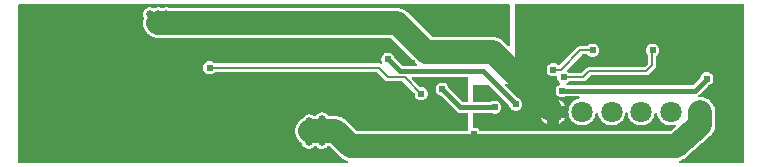
<source format=gbl>
G04 Layer: BottomLayer*
G04 EasyEDA v6.4.25, 2021-11-19T22:14:56+01:00*
G04 fb237d5051ec4c31b6b5e7a524a6c443,10*
G04 Gerber Generator version 0.2*
G04 Scale: 100 percent, Rotated: No, Reflected: No *
G04 Dimensions in millimeters *
G04 leading zeros omitted , absolute positions ,4 integer and 5 decimal *
%FSLAX45Y45*%
%MOMM*%

%ADD11C,0.2000*%
%ADD12C,0.4000*%
%ADD13C,2.0000*%
%ADD14C,0.6500*%
%ADD15C,0.6096*%
%ADD32C,1.8000*%

%LPD*%
G36*
X5430164Y-1374089D02*
G01*
X5426151Y-1373276D01*
X5422798Y-1370939D01*
X5420614Y-1367434D01*
X5420004Y-1363370D01*
X5421071Y-1359408D01*
X5423611Y-1356156D01*
X5427218Y-1354226D01*
X5441391Y-1349857D01*
X5455310Y-1343710D01*
X5468366Y-1335938D01*
X5480659Y-1326438D01*
X5683402Y-1149045D01*
X5694426Y-1138174D01*
X5703874Y-1126236D01*
X5711799Y-1113282D01*
X5718149Y-1099464D01*
X5722721Y-1084986D01*
X5725566Y-1070051D01*
X5726633Y-1053795D01*
X5726633Y-940104D01*
X5725668Y-924610D01*
X5722924Y-909675D01*
X5718403Y-895146D01*
X5712155Y-881278D01*
X5704281Y-868273D01*
X5694934Y-856335D01*
X5684164Y-845566D01*
X5672226Y-836218D01*
X5659221Y-828344D01*
X5645353Y-822096D01*
X5630824Y-817575D01*
X5615889Y-814832D01*
X5600700Y-813917D01*
X5591962Y-814425D01*
X5587796Y-813816D01*
X5584190Y-811530D01*
X5581904Y-808024D01*
X5581192Y-803859D01*
X5582208Y-799795D01*
X5584850Y-796493D01*
X5587695Y-794105D01*
X5663844Y-717956D01*
X5665978Y-716330D01*
X5668416Y-715314D01*
X5675731Y-713333D01*
X5684672Y-709218D01*
X5692698Y-703580D01*
X5699658Y-696620D01*
X5705297Y-688594D01*
X5709412Y-679653D01*
X5711952Y-670204D01*
X5712815Y-660400D01*
X5711952Y-650595D01*
X5709412Y-641146D01*
X5705297Y-632206D01*
X5699658Y-624179D01*
X5692698Y-617220D01*
X5684672Y-611581D01*
X5675731Y-607466D01*
X5666282Y-604926D01*
X5656478Y-604062D01*
X5646674Y-604926D01*
X5637225Y-607466D01*
X5628284Y-611581D01*
X5620258Y-617220D01*
X5613298Y-624179D01*
X5607659Y-632206D01*
X5603544Y-641146D01*
X5601563Y-648462D01*
X5600547Y-650900D01*
X5598922Y-653034D01*
X5538825Y-713130D01*
X5535523Y-715314D01*
X5531662Y-716076D01*
X4477004Y-716076D01*
X4473143Y-715365D01*
X4469892Y-713181D01*
X4467656Y-709980D01*
X4466844Y-706170D01*
X4467504Y-702360D01*
X4469536Y-699008D01*
X4481220Y-690880D01*
X4485487Y-686562D01*
X4488789Y-684377D01*
X4492701Y-683615D01*
X4609592Y-683615D01*
X4617567Y-682752D01*
X4624679Y-680466D01*
X4631283Y-676656D01*
X4635754Y-672795D01*
X4672787Y-635762D01*
X4676089Y-633577D01*
X4680000Y-632815D01*
X5142992Y-632815D01*
X5150967Y-631952D01*
X5158079Y-629666D01*
X5164683Y-625856D01*
X5169154Y-621995D01*
X5219293Y-571855D01*
X5224373Y-565607D01*
X5227777Y-558952D01*
X5229758Y-551586D01*
X5230215Y-545693D01*
X5230215Y-469392D01*
X5230977Y-465480D01*
X5233162Y-462178D01*
X5240070Y-455320D01*
X5245709Y-447293D01*
X5249824Y-438353D01*
X5252364Y-428904D01*
X5253228Y-419100D01*
X5252364Y-409295D01*
X5249824Y-399846D01*
X5245709Y-390906D01*
X5240070Y-382879D01*
X5233111Y-375920D01*
X5225084Y-370281D01*
X5216144Y-366166D01*
X5206695Y-363626D01*
X5196890Y-362762D01*
X5187086Y-363626D01*
X5177637Y-366166D01*
X5168696Y-370281D01*
X5160670Y-375920D01*
X5153710Y-382879D01*
X5148072Y-390906D01*
X5143957Y-399846D01*
X5141417Y-409295D01*
X5140553Y-419100D01*
X5141417Y-428904D01*
X5143957Y-438353D01*
X5148072Y-447293D01*
X5153710Y-455320D01*
X5155438Y-456996D01*
X5157622Y-460298D01*
X5158384Y-464210D01*
X5158384Y-526999D01*
X5157622Y-530910D01*
X5155438Y-534212D01*
X5131612Y-558038D01*
X5128310Y-560222D01*
X5124399Y-560984D01*
X4661408Y-560984D01*
X4653432Y-561848D01*
X4646320Y-564134D01*
X4639716Y-567944D01*
X4635246Y-571804D01*
X4598212Y-608838D01*
X4594910Y-611022D01*
X4590999Y-611784D01*
X4492701Y-611784D01*
X4488789Y-611022D01*
X4485487Y-608838D01*
X4481220Y-604520D01*
X4472787Y-598627D01*
X4469841Y-595376D01*
X4468520Y-591210D01*
X4469079Y-586841D01*
X4471466Y-583133D01*
X4596587Y-457962D01*
X4599889Y-455777D01*
X4603800Y-455015D01*
X4641189Y-455015D01*
X4645101Y-455777D01*
X4648403Y-457962D01*
X4652670Y-462280D01*
X4660696Y-467918D01*
X4669637Y-472033D01*
X4679086Y-474573D01*
X4688890Y-475437D01*
X4698695Y-474573D01*
X4708144Y-472033D01*
X4717084Y-467918D01*
X4725111Y-462280D01*
X4732070Y-455320D01*
X4737709Y-447293D01*
X4741824Y-438353D01*
X4744364Y-428904D01*
X4745228Y-419100D01*
X4744364Y-409295D01*
X4741824Y-399846D01*
X4737709Y-390906D01*
X4732070Y-382879D01*
X4725111Y-375920D01*
X4717084Y-370281D01*
X4708144Y-366166D01*
X4698695Y-363626D01*
X4688890Y-362762D01*
X4679086Y-363626D01*
X4669637Y-366166D01*
X4660696Y-370281D01*
X4652670Y-375920D01*
X4648403Y-380238D01*
X4645101Y-382422D01*
X4641189Y-383184D01*
X4585208Y-383184D01*
X4577232Y-384048D01*
X4570120Y-386334D01*
X4563516Y-390144D01*
X4559046Y-394004D01*
X4409338Y-543661D01*
X4406036Y-545896D01*
X4402175Y-546658D01*
X4398264Y-545896D01*
X4394962Y-543661D01*
X4392320Y-541020D01*
X4384294Y-535381D01*
X4375353Y-531266D01*
X4365904Y-528726D01*
X4356100Y-527862D01*
X4346295Y-528726D01*
X4336846Y-531266D01*
X4327906Y-535381D01*
X4319879Y-541020D01*
X4312920Y-547979D01*
X4307281Y-556006D01*
X4303166Y-564946D01*
X4300626Y-574395D01*
X4299762Y-584200D01*
X4300626Y-594004D01*
X4303166Y-603453D01*
X4307281Y-612394D01*
X4312920Y-620420D01*
X4319879Y-627380D01*
X4327906Y-633018D01*
X4336846Y-637133D01*
X4346295Y-639673D01*
X4356100Y-640537D01*
X4365904Y-639673D01*
X4375912Y-637032D01*
X4379772Y-636727D01*
X4383430Y-637946D01*
X4386427Y-640435D01*
X4388256Y-643839D01*
X4389526Y-657504D01*
X4392066Y-666953D01*
X4396181Y-675894D01*
X4401820Y-683920D01*
X4408779Y-690880D01*
X4411675Y-692861D01*
X4414520Y-695960D01*
X4415891Y-699973D01*
X4415536Y-704189D01*
X4413504Y-707847D01*
X4410100Y-710387D01*
X4404106Y-713181D01*
X4396079Y-718820D01*
X4389120Y-725779D01*
X4383481Y-733806D01*
X4379366Y-742746D01*
X4376826Y-752195D01*
X4375962Y-762000D01*
X4376826Y-771804D01*
X4379366Y-781253D01*
X4383481Y-790194D01*
X4389120Y-798220D01*
X4396079Y-805180D01*
X4404106Y-810818D01*
X4413046Y-814933D01*
X4422495Y-817473D01*
X4432300Y-818337D01*
X4442104Y-817473D01*
X4451553Y-814933D01*
X4460494Y-810818D01*
X4464761Y-808380D01*
X4467809Y-807923D01*
X4568901Y-807923D01*
X4572965Y-808786D01*
X4576368Y-811174D01*
X4578502Y-814730D01*
X4579010Y-818896D01*
X4577842Y-822858D01*
X4575149Y-826058D01*
X4571441Y-827887D01*
X4564888Y-829564D01*
X4551375Y-834948D01*
X4538624Y-841959D01*
X4526838Y-850493D01*
X4516221Y-860450D01*
X4506925Y-871677D01*
X4499152Y-883970D01*
X4492955Y-897128D01*
X4488434Y-910996D01*
X4485741Y-925271D01*
X4484827Y-939800D01*
X4485792Y-954684D01*
X4488434Y-968603D01*
X4492955Y-982471D01*
X4499152Y-995629D01*
X4506925Y-1007922D01*
X4516221Y-1019149D01*
X4526838Y-1029106D01*
X4538624Y-1037640D01*
X4551375Y-1044651D01*
X4564888Y-1050036D01*
X4579010Y-1053642D01*
X4593437Y-1055471D01*
X4607966Y-1055471D01*
X4622393Y-1053642D01*
X4636516Y-1050036D01*
X4650028Y-1044651D01*
X4662779Y-1037640D01*
X4674565Y-1029106D01*
X4685182Y-1019149D01*
X4694478Y-1007922D01*
X4702251Y-995629D01*
X4708448Y-982471D01*
X4712970Y-968603D01*
X4715713Y-954074D01*
X4717237Y-950366D01*
X4720031Y-947572D01*
X4723688Y-946048D01*
X4727702Y-946048D01*
X4731359Y-947572D01*
X4734204Y-950366D01*
X4735677Y-954074D01*
X4738471Y-968603D01*
X4742942Y-982471D01*
X4749139Y-995629D01*
X4756962Y-1007922D01*
X4766208Y-1019149D01*
X4776825Y-1029106D01*
X4788611Y-1037640D01*
X4801362Y-1044651D01*
X4814874Y-1050036D01*
X4828997Y-1053642D01*
X4843424Y-1055471D01*
X4857953Y-1055471D01*
X4872431Y-1053642D01*
X4886502Y-1050036D01*
X4900066Y-1044651D01*
X4912817Y-1037640D01*
X4924552Y-1029106D01*
X4935169Y-1019149D01*
X4944465Y-1007922D01*
X4952238Y-995629D01*
X4958435Y-982471D01*
X4962956Y-968603D01*
X4965700Y-954074D01*
X4967224Y-950366D01*
X4970018Y-947572D01*
X4973726Y-946048D01*
X4977688Y-946048D01*
X4981397Y-947572D01*
X4984191Y-950366D01*
X4985664Y-954074D01*
X4988458Y-968603D01*
X4992928Y-982471D01*
X4999126Y-995629D01*
X5006949Y-1007922D01*
X5016246Y-1019149D01*
X5026812Y-1029106D01*
X5038598Y-1037640D01*
X5051348Y-1044651D01*
X5064912Y-1050036D01*
X5078984Y-1053642D01*
X5093411Y-1055471D01*
X5107990Y-1055471D01*
X5122418Y-1053642D01*
X5136489Y-1050036D01*
X5150053Y-1044651D01*
X5162804Y-1037640D01*
X5174589Y-1029106D01*
X5185156Y-1019149D01*
X5194452Y-1007922D01*
X5202275Y-995629D01*
X5208473Y-982471D01*
X5212943Y-968603D01*
X5215737Y-954074D01*
X5217210Y-950366D01*
X5220004Y-947572D01*
X5223713Y-946048D01*
X5227675Y-946048D01*
X5231384Y-947572D01*
X5234178Y-950366D01*
X5235702Y-954074D01*
X5238445Y-968603D01*
X5242966Y-982471D01*
X5249164Y-995629D01*
X5256936Y-1007922D01*
X5266232Y-1019149D01*
X5276850Y-1029106D01*
X5288584Y-1037640D01*
X5301335Y-1044651D01*
X5314899Y-1050036D01*
X5328970Y-1053642D01*
X5343448Y-1055471D01*
X5357977Y-1055471D01*
X5372404Y-1053642D01*
X5384342Y-1050594D01*
X5388813Y-1050442D01*
X5392928Y-1052271D01*
X5395823Y-1055674D01*
X5396992Y-1060043D01*
X5396179Y-1064412D01*
X5393537Y-1068070D01*
X5353050Y-1103477D01*
X5349951Y-1105357D01*
X5346395Y-1106017D01*
X3744976Y-1106017D01*
X3741775Y-1105458D01*
X3738930Y-1103985D01*
X3736644Y-1101648D01*
X3731361Y-1094079D01*
X3724401Y-1087120D01*
X3716375Y-1081481D01*
X3707434Y-1077366D01*
X3697986Y-1074826D01*
X3688181Y-1073962D01*
X3686657Y-1074064D01*
X3682492Y-1073607D01*
X3678885Y-1071473D01*
X3676446Y-1068070D01*
X3675583Y-1063955D01*
X3675583Y-957783D01*
X3676345Y-953871D01*
X3678580Y-950569D01*
X3681882Y-948385D01*
X3685743Y-947623D01*
X3825290Y-947623D01*
X3828338Y-948080D01*
X3832606Y-950518D01*
X3841546Y-954633D01*
X3850995Y-957173D01*
X3860800Y-958037D01*
X3870604Y-957173D01*
X3880053Y-954633D01*
X3888994Y-950518D01*
X3897020Y-944880D01*
X3903979Y-937920D01*
X3909618Y-929894D01*
X3913733Y-920953D01*
X3916273Y-911504D01*
X3917137Y-901700D01*
X3916273Y-891895D01*
X3913733Y-882446D01*
X3909618Y-873506D01*
X3903979Y-865479D01*
X3897020Y-858519D01*
X3888994Y-852881D01*
X3880053Y-848766D01*
X3870604Y-846226D01*
X3860800Y-845362D01*
X3850995Y-846226D01*
X3841546Y-848766D01*
X3832606Y-852881D01*
X3828338Y-855319D01*
X3825290Y-855776D01*
X3685743Y-855776D01*
X3681882Y-855014D01*
X3678580Y-852830D01*
X3676345Y-849528D01*
X3675583Y-845616D01*
X3675583Y-721868D01*
X3676345Y-717956D01*
X3678580Y-714705D01*
X3681882Y-712470D01*
X3685743Y-711708D01*
X3804869Y-711708D01*
X3808780Y-712470D01*
X3812082Y-714705D01*
X3981043Y-883666D01*
X3982669Y-885799D01*
X3983685Y-888237D01*
X3985666Y-895553D01*
X3989781Y-904494D01*
X3995420Y-912520D01*
X4002379Y-919480D01*
X4010406Y-925118D01*
X4019346Y-929233D01*
X4028795Y-931773D01*
X4038600Y-932637D01*
X4048404Y-931773D01*
X4057853Y-929233D01*
X4066794Y-925118D01*
X4074820Y-919480D01*
X4081779Y-912520D01*
X4087418Y-904494D01*
X4091533Y-895553D01*
X4094073Y-886104D01*
X4094937Y-876300D01*
X4094073Y-866495D01*
X4091533Y-857046D01*
X4087418Y-848106D01*
X4081779Y-840079D01*
X4074820Y-833119D01*
X4066794Y-827481D01*
X4057853Y-823366D01*
X4050537Y-821385D01*
X4048099Y-820369D01*
X4045965Y-818743D01*
X3950004Y-722782D01*
X3947668Y-719175D01*
X3947058Y-714908D01*
X3948277Y-710793D01*
X3951071Y-707491D01*
X3954119Y-705205D01*
X3957015Y-703681D01*
X3960266Y-703173D01*
X4006494Y-703173D01*
X4008170Y-702462D01*
X4033875Y-676757D01*
X4034586Y-675081D01*
X4032910Y-36118D01*
X4033723Y-32207D01*
X4035907Y-28905D01*
X4039209Y-26670D01*
X4043070Y-25908D01*
X5963920Y-25908D01*
X5967831Y-26670D01*
X5971133Y-28905D01*
X5973318Y-32156D01*
X5974080Y-36068D01*
X5974080Y-1363929D01*
X5973318Y-1367840D01*
X5971133Y-1371142D01*
X5967831Y-1373327D01*
X5963920Y-1374089D01*
G37*

%LPC*%
G36*
X4299356Y-1043533D02*
G01*
X4299356Y-991158D01*
X4247032Y-991158D01*
X4249166Y-995629D01*
X4256938Y-1007922D01*
X4266234Y-1019149D01*
X4276852Y-1029106D01*
X4288586Y-1037640D01*
G37*
G36*
X4402074Y-1043533D02*
G01*
X4412792Y-1037640D01*
X4424578Y-1029106D01*
X4435195Y-1019149D01*
X4444441Y-1007922D01*
X4452264Y-995629D01*
X4454347Y-991158D01*
X4402074Y-991158D01*
G37*
G36*
X4247032Y-888441D02*
G01*
X4299356Y-888441D01*
X4299356Y-836066D01*
X4288586Y-841959D01*
X4276852Y-850493D01*
X4266234Y-860450D01*
X4256938Y-871677D01*
X4249166Y-883970D01*
G37*
G36*
X4402074Y-888441D02*
G01*
X4454347Y-888441D01*
X4452264Y-883970D01*
X4444441Y-871677D01*
X4435195Y-860450D01*
X4424578Y-850493D01*
X4412792Y-841959D01*
X4402074Y-836066D01*
G37*

%LPD*%
G36*
X-163931Y-1374089D02*
G01*
X-167843Y-1373327D01*
X-171094Y-1371142D01*
X-173329Y-1367840D01*
X-174091Y-1363929D01*
X-174091Y-36068D01*
X-173329Y-32156D01*
X-171094Y-28905D01*
X-167843Y-26670D01*
X-163931Y-25908D01*
X3971391Y-25908D01*
X3975303Y-26670D01*
X3978605Y-28905D01*
X3984802Y-35102D01*
X3987037Y-38404D01*
X3987800Y-42316D01*
X3987800Y-374345D01*
X3987037Y-378206D01*
X3984802Y-381508D01*
X3981551Y-383692D01*
X3977640Y-384505D01*
X3973728Y-383692D01*
X3970477Y-381508D01*
X3931818Y-342900D01*
X3926179Y-337566D01*
X3920337Y-332689D01*
X3914190Y-328168D01*
X3907840Y-324053D01*
X3901186Y-320294D01*
X3894378Y-316992D01*
X3887317Y-314096D01*
X3880154Y-311607D01*
X3872839Y-309575D01*
X3865372Y-307949D01*
X3857853Y-306832D01*
X3850284Y-306120D01*
X3842512Y-305917D01*
X3332937Y-305917D01*
X3329076Y-305104D01*
X3325774Y-302920D01*
X3122422Y-99568D01*
X3116732Y-94234D01*
X3110890Y-89357D01*
X3104794Y-84836D01*
X3098393Y-80721D01*
X3091789Y-76962D01*
X3084931Y-73660D01*
X3077921Y-70764D01*
X3070707Y-68275D01*
X3063392Y-66243D01*
X3055975Y-64617D01*
X3048457Y-63500D01*
X3040888Y-62788D01*
X3033115Y-62534D01*
X1108456Y-62534D01*
X1106119Y-62280D01*
X1101242Y-60147D01*
X1091793Y-57251D01*
X1081989Y-55981D01*
X1072083Y-56388D01*
X1062431Y-58470D01*
X1054100Y-61823D01*
X1050290Y-62534D01*
X1039774Y-62534D01*
X1037437Y-62280D01*
X1032510Y-60096D01*
X1023061Y-57200D01*
X1013206Y-55981D01*
X1003350Y-56388D01*
X993648Y-58470D01*
X983996Y-62331D01*
X981151Y-63703D01*
X978204Y-64617D01*
X975106Y-64566D01*
X972210Y-63601D01*
X962558Y-58775D01*
X953109Y-55880D01*
X943305Y-54610D01*
X933399Y-55016D01*
X923747Y-57099D01*
X914552Y-60807D01*
X906119Y-65989D01*
X898652Y-72542D01*
X892454Y-80264D01*
X887628Y-88900D01*
X884326Y-98196D01*
X882650Y-108000D01*
X882650Y-117856D01*
X884326Y-127660D01*
X887628Y-136956D01*
X889812Y-140868D01*
X891032Y-144729D01*
X890676Y-148742D01*
X887374Y-159715D01*
X885088Y-164236D01*
X881786Y-173583D01*
X880110Y-183337D01*
X880110Y-193243D01*
X881786Y-202996D01*
X885088Y-212344D01*
X886409Y-214680D01*
X892200Y-233121D01*
X898448Y-246989D01*
X906322Y-259994D01*
X915669Y-271932D01*
X926439Y-282702D01*
X938377Y-292049D01*
X951382Y-299923D01*
X965250Y-306171D01*
X979779Y-310692D01*
X994714Y-313436D01*
X1010208Y-314350D01*
X2976880Y-314350D01*
X2980791Y-315163D01*
X2984093Y-317347D01*
X3187446Y-520700D01*
X3193135Y-526034D01*
X3201314Y-532638D01*
X3204108Y-535787D01*
X3205429Y-539800D01*
X3204972Y-544017D01*
X3202838Y-547624D01*
X3199434Y-550113D01*
X3195320Y-550976D01*
X3080613Y-550976D01*
X3076752Y-550214D01*
X3073450Y-548030D01*
X3013202Y-487781D01*
X3011576Y-485698D01*
X3010560Y-483209D01*
X3008630Y-475945D01*
X3004464Y-467055D01*
X2998825Y-458978D01*
X2991916Y-452069D01*
X2983839Y-446430D01*
X2974949Y-442264D01*
X2965450Y-439724D01*
X2955696Y-438861D01*
X2945892Y-439724D01*
X2936392Y-442264D01*
X2927502Y-446430D01*
X2919425Y-452069D01*
X2912516Y-458978D01*
X2906877Y-467055D01*
X2902712Y-475945D01*
X2900172Y-485444D01*
X2899308Y-495249D01*
X2900172Y-505002D01*
X2902712Y-514502D01*
X2905252Y-519938D01*
X2906217Y-524001D01*
X2905455Y-528116D01*
X2903118Y-531571D01*
X2899562Y-533755D01*
X2895447Y-534365D01*
X2883204Y-530860D01*
X2877312Y-530402D01*
X1495501Y-530402D01*
X1491589Y-529640D01*
X1488287Y-527456D01*
X1484020Y-523138D01*
X1475994Y-517499D01*
X1467053Y-513384D01*
X1457604Y-510844D01*
X1447800Y-509981D01*
X1437995Y-510844D01*
X1428546Y-513384D01*
X1419606Y-517499D01*
X1411579Y-523138D01*
X1404620Y-530098D01*
X1398981Y-538124D01*
X1394866Y-547065D01*
X1392326Y-556514D01*
X1391462Y-566318D01*
X1392326Y-576122D01*
X1394866Y-585571D01*
X1398981Y-594512D01*
X1404620Y-602538D01*
X1411579Y-609498D01*
X1419606Y-615137D01*
X1428546Y-619252D01*
X1437995Y-621792D01*
X1447800Y-622655D01*
X1457604Y-621792D01*
X1467053Y-619252D01*
X1475994Y-615137D01*
X1484020Y-609498D01*
X1488287Y-605180D01*
X1491589Y-602996D01*
X1495501Y-602234D01*
X2858617Y-602234D01*
X2862529Y-602996D01*
X2865831Y-605180D01*
X2933344Y-672693D01*
X2939592Y-677773D01*
X2946247Y-681177D01*
X2953613Y-683158D01*
X2959506Y-683615D01*
X3079699Y-683615D01*
X3083610Y-684377D01*
X3086912Y-686562D01*
X3179267Y-778916D01*
X3181604Y-782624D01*
X3183026Y-797204D01*
X3185566Y-806653D01*
X3189681Y-815594D01*
X3195320Y-823620D01*
X3202279Y-830580D01*
X3210306Y-836218D01*
X3219246Y-840333D01*
X3228695Y-842873D01*
X3238500Y-843737D01*
X3248304Y-842873D01*
X3257753Y-840333D01*
X3266694Y-836218D01*
X3274720Y-830580D01*
X3281679Y-823620D01*
X3287318Y-815594D01*
X3291433Y-806653D01*
X3293973Y-797204D01*
X3294837Y-787400D01*
X3293973Y-777595D01*
X3291433Y-768146D01*
X3287318Y-759206D01*
X3281679Y-751179D01*
X3274720Y-744220D01*
X3266694Y-738581D01*
X3257753Y-734466D01*
X3248304Y-731926D01*
X3238093Y-731062D01*
X3233724Y-730504D01*
X3230016Y-728167D01*
X3162046Y-660146D01*
X3159810Y-656844D01*
X3159048Y-652983D01*
X3159810Y-649071D01*
X3162046Y-645769D01*
X3165348Y-643585D01*
X3169208Y-642823D01*
X3628390Y-642823D01*
X3632301Y-643585D01*
X3635552Y-645769D01*
X3637787Y-649071D01*
X3638550Y-652983D01*
X3638550Y-845616D01*
X3637787Y-849528D01*
X3635552Y-852830D01*
X3632301Y-855014D01*
X3628390Y-855776D01*
X3591915Y-855776D01*
X3588054Y-855014D01*
X3584752Y-852830D01*
X3473856Y-741934D01*
X3472230Y-739800D01*
X3471214Y-737362D01*
X3469233Y-730046D01*
X3465118Y-721106D01*
X3459479Y-713079D01*
X3452520Y-706120D01*
X3444494Y-700481D01*
X3435553Y-696366D01*
X3426104Y-693826D01*
X3416300Y-692962D01*
X3406495Y-693826D01*
X3397046Y-696366D01*
X3388106Y-700481D01*
X3380079Y-706120D01*
X3373120Y-713079D01*
X3367481Y-721106D01*
X3363366Y-730046D01*
X3360826Y-739495D01*
X3359962Y-749300D01*
X3360826Y-759104D01*
X3363366Y-768553D01*
X3367481Y-777494D01*
X3373120Y-785520D01*
X3380079Y-792480D01*
X3388106Y-798118D01*
X3397046Y-802233D01*
X3404362Y-804214D01*
X3406800Y-805230D01*
X3408934Y-806856D01*
X3537508Y-935380D01*
X3544570Y-940714D01*
X3552139Y-944473D01*
X3560267Y-946759D01*
X3569157Y-947623D01*
X3628390Y-947623D01*
X3632301Y-948385D01*
X3635552Y-950569D01*
X3637787Y-953871D01*
X3638550Y-957783D01*
X3638550Y-1095857D01*
X3637787Y-1099718D01*
X3635552Y-1103020D01*
X3632301Y-1105204D01*
X3628390Y-1106017D01*
X2697886Y-1106017D01*
X2693974Y-1105204D01*
X2690723Y-1103020D01*
X2601620Y-1014120D01*
X2596083Y-1008887D01*
X2590088Y-1003909D01*
X2584094Y-999490D01*
X2577592Y-995324D01*
X2571089Y-991666D01*
X2564130Y-988263D01*
X2557221Y-985418D01*
X2549906Y-982878D01*
X2542692Y-980897D01*
X2535123Y-979271D01*
X2527757Y-978153D01*
X2520035Y-977442D01*
X2512415Y-977239D01*
X2457602Y-977239D01*
X2454351Y-976680D01*
X2451455Y-975156D01*
X2449169Y-972718D01*
X2445156Y-966825D01*
X2438349Y-959662D01*
X2430373Y-953820D01*
X2421534Y-949350D01*
X2412085Y-946454D01*
X2402230Y-945184D01*
X2392375Y-945591D01*
X2382672Y-947674D01*
X2373477Y-951382D01*
X2365044Y-956564D01*
X2357628Y-963117D01*
X2348484Y-974750D01*
X2345385Y-976579D01*
X2341880Y-977239D01*
X2334209Y-977239D01*
X2331059Y-976680D01*
X2328164Y-975207D01*
X2322576Y-971092D01*
X2313736Y-966622D01*
X2304288Y-963726D01*
X2294432Y-962456D01*
X2284577Y-962863D01*
X2274874Y-964946D01*
X2265680Y-968654D01*
X2257247Y-973836D01*
X2249830Y-980338D01*
X2242870Y-989126D01*
X2240178Y-991514D01*
X2226919Y-999540D01*
X2214981Y-1008887D01*
X2204212Y-1019657D01*
X2194864Y-1031595D01*
X2186990Y-1044600D01*
X2180742Y-1058468D01*
X2176221Y-1072997D01*
X2173478Y-1087932D01*
X2172563Y-1103122D01*
X2173478Y-1118311D01*
X2176221Y-1133246D01*
X2180742Y-1147775D01*
X2186990Y-1161643D01*
X2194864Y-1174648D01*
X2204212Y-1186586D01*
X2214981Y-1197356D01*
X2225802Y-1205839D01*
X2227783Y-1207922D01*
X2229104Y-1210462D01*
X2231898Y-1218387D01*
X2236774Y-1227023D01*
X2242972Y-1234744D01*
X2250389Y-1241247D01*
X2258822Y-1246428D01*
X2268016Y-1250137D01*
X2277719Y-1252220D01*
X2287574Y-1252626D01*
X2297430Y-1251407D01*
X2306878Y-1248511D01*
X2315718Y-1244041D01*
X2323693Y-1238148D01*
X2329434Y-1232154D01*
X2332786Y-1229868D01*
X2336749Y-1229055D01*
X2344572Y-1229055D01*
X2348992Y-1230020D01*
X2352497Y-1232814D01*
X2355799Y-1236929D01*
X2363266Y-1243482D01*
X2371699Y-1248664D01*
X2380894Y-1252372D01*
X2390546Y-1254455D01*
X2400452Y-1254861D01*
X2410256Y-1253591D01*
X2419705Y-1250696D01*
X2428544Y-1246225D01*
X2436520Y-1240383D01*
X2444191Y-1232204D01*
X2447594Y-1229868D01*
X2451608Y-1229055D01*
X2456281Y-1229055D01*
X2460193Y-1229817D01*
X2463444Y-1232001D01*
X2552547Y-1320901D01*
X2558084Y-1326134D01*
X2564079Y-1331112D01*
X2570073Y-1335532D01*
X2576576Y-1339697D01*
X2583078Y-1343355D01*
X2590038Y-1346758D01*
X2596946Y-1349603D01*
X2604262Y-1352143D01*
X2611475Y-1354124D01*
X2615133Y-1356055D01*
X2617774Y-1359255D01*
X2618892Y-1363218D01*
X2618333Y-1367332D01*
X2616200Y-1370888D01*
X2612796Y-1373276D01*
X2608732Y-1374089D01*
G37*

%LPD*%
D11*
X4356100Y-584200D02*
G01*
X4419600Y-584200D01*
X4584700Y-419100D01*
X4688890Y-419100D01*
X4445000Y-647700D02*
G01*
X4610100Y-647700D01*
X4660900Y-596900D01*
X5143500Y-596900D01*
X5194300Y-546100D01*
X5194300Y-421690D01*
X5196890Y-419100D01*
D12*
X4610100Y-762000D02*
G01*
X5554878Y-762000D01*
X5656478Y-660400D01*
X4432300Y-762000D02*
G01*
X4610100Y-762000D01*
X3619500Y-596900D02*
G01*
X3759200Y-596900D01*
X4038600Y-876300D01*
D13*
X5600700Y-939800D02*
G01*
X5600700Y-1054100D01*
X5397500Y-1231900D01*
X3746500Y-1231900D01*
X2298445Y-1103121D02*
G01*
X2512568Y-1103121D01*
X2641600Y-1231900D01*
X3746500Y-1231900D01*
D12*
X3416300Y-749300D02*
G01*
X3568700Y-901700D01*
X3860800Y-901700D01*
D11*
X1447800Y-566315D02*
G01*
X2877715Y-566315D01*
X2959100Y-647700D01*
X3098800Y-647700D01*
X3238500Y-787400D01*
D13*
X1009904Y-188465D02*
G01*
X3033265Y-188465D01*
X3276600Y-431800D01*
X3842689Y-431800D01*
X4325289Y-914400D01*
D12*
X2955797Y-495300D02*
G01*
X3057397Y-596900D01*
X3619500Y-596900D01*
D32*
G01*
X5600700Y-939800D03*
G01*
X5350687Y-939800D03*
G01*
X5100700Y-939800D03*
G01*
X4850688Y-939800D03*
G01*
X4600702Y-939800D03*
G01*
X4350689Y-939800D03*
D14*
G01*
X3606800Y-88900D03*
G01*
X1079500Y-114300D03*
G01*
X1079500Y-190500D03*
G01*
X1009904Y-188442D03*
G01*
X938276Y-188290D03*
G01*
X1010742Y-114274D03*
G01*
X940815Y-112928D03*
G01*
X2291968Y-1020775D03*
G01*
X2298420Y-1102995D03*
G01*
X2285111Y-1194333D03*
G01*
X2397963Y-1196543D03*
G01*
X2413000Y-1104900D03*
G01*
X2399766Y-1003503D03*
G01*
X2357424Y-1060399D03*
G01*
X2347899Y-1148664D03*
D15*
G01*
X2955670Y-495223D03*
G01*
X4038600Y-876300D03*
G01*
X5205577Y-1168171D03*
G01*
X5200497Y-1266215D03*
G01*
X5150205Y-1215923D03*
G01*
X5261381Y-1224432D03*
G01*
X5384800Y-355600D03*
G01*
X5918200Y-1028700D03*
G01*
X5067300Y-685800D03*
G01*
X4076700Y-279400D03*
G01*
X4127500Y-1003300D03*
G01*
X5854700Y-1257300D03*
G01*
X3098800Y-774700D03*
G01*
X1154861Y-934720D03*
G01*
X1905000Y-444500D03*
G01*
X3157626Y-527126D03*
G01*
X2365984Y-677849D03*
G01*
X2058644Y-1118946D03*
G01*
X1447800Y-566318D03*
G01*
X3238500Y-787400D03*
G01*
X3898900Y-88900D03*
D14*
G01*
X3517900Y-254000D03*
D15*
G01*
X2959100Y-1016000D03*
G01*
X3352800Y-1054100D03*
G01*
X3416300Y-749300D03*
G01*
X3860800Y-901700D03*
G01*
X3688181Y-1130300D03*
G01*
X1270000Y-1244600D03*
G01*
X749300Y-711200D03*
G01*
X2489200Y-876300D03*
G01*
X4737100Y-673100D03*
G01*
X5461000Y-609600D03*
G01*
X4688890Y-419100D03*
G01*
X5196890Y-419100D03*
G01*
X5656478Y-660400D03*
G01*
X4432300Y-762000D03*
G01*
X4445000Y-647700D03*
G01*
X4356100Y-584200D03*
G01*
X4597400Y-558800D03*
G01*
X4241800Y-406400D03*
M02*

</source>
